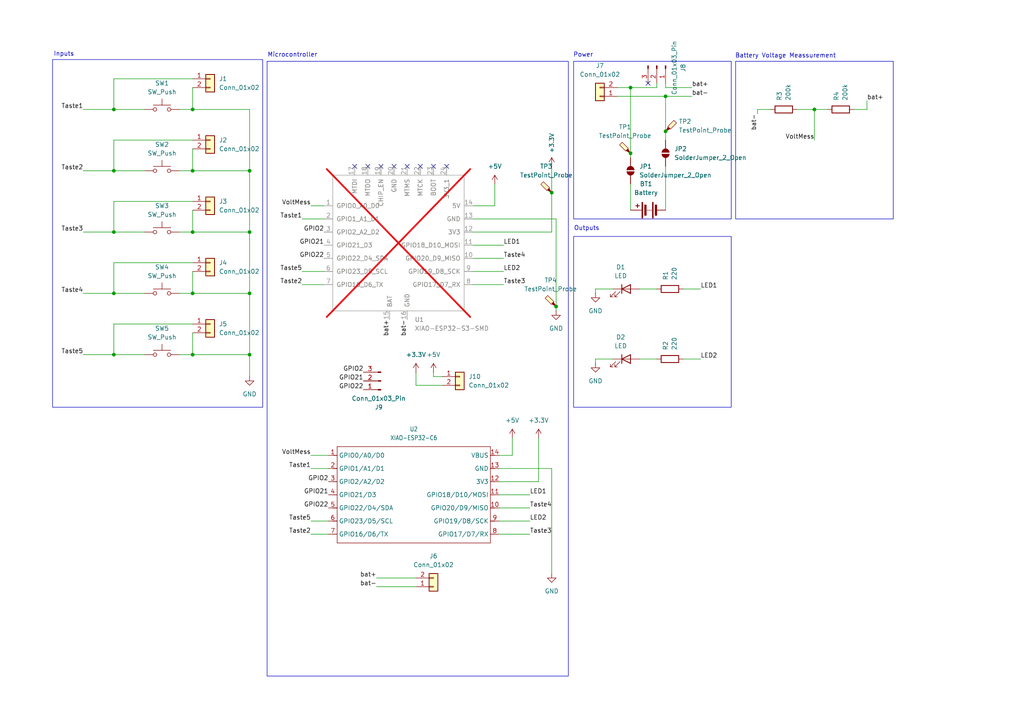
<source format=kicad_sch>
(kicad_sch (version 20250114) (generator "eeschema") (generator_version "9.0")
  (paper "A4")
  (title_block (title "ATZ-Digital") (date "2025-06-12") (rev "2") (company "Niklas Steffen, Afeef Neiroukh"))
  (lib_symbols
    (symbol "Connector:Conn_01x03_Pin" (pin_names (offset 1.016) (hide yes))
      (property "Reference" "J" (at 0 5.08 0))
      (property "Value" "Conn_01x03_Pin" (at 0 -5.08 0))
      (symbol "Conn_01x03_Pin_1_1"
        (rectangle (start 0.8636 2.667) (end 0 2.413) (stroke (width 0.1524)) (fill (type outline)))
        (rectangle (start 0.8636 0.127) (end 0 -0.127) (stroke (width 0.1524)) (fill (type outline)))
        (rectangle (start 0.8636 -2.413) (end 0 -2.667) (stroke (width 0.1524)) (fill (type outline)))
        (polyline (pts (xy 1.27 2.54) (xy 0.8636 2.54)) (stroke (width 0.1524)))
        (polyline (pts (xy 1.27 0) (xy 0.8636 0)) (stroke (width 0.1524)))
        (polyline (pts (xy 1.27 -2.54) (xy 0.8636 -2.54)) (stroke (width 0.1524)))
        (pin passive line (at 5.08 2.54 180) (length 3.81) (name "Pin_1") (number "1"))
        (pin passive line (at 5.08 0 180) (length 3.81) (name "Pin_2") (number "2"))
        (pin passive line (at 5.08 -2.54 180) (length 3.81) (name "Pin_3") (number "3"))
      )
    )
    (symbol "Connector:TestPoint_Probe" (pin_numbers (hide yes)) (pin_names (offset 0.762) (hide yes))
      (property "Reference" "TP" (at 1.651 5.842 0))
      (property "Value" "TestPoint_Probe" (at 1.651 4.064 0))
      (symbol "TestPoint_Probe_0_1"
        (polyline (pts (xy 1.27 0.762) (xy 0 0) (xy 0.762 1.27) (xy 1.27 0.762)) (fill (type outline)))
        (polyline (pts (xy 1.397 0.635) (xy 0.635 1.397) (xy 2.413 3.175) (xy 3.175 2.413) (xy 1.397 0.635)) (fill (type background)))
      )
      (symbol "TestPoint_Probe_1_1"
        (pin passive line (at 0 0 90) (length 0) (name "1") (number "1"))
      )
    )
    (symbol "Connector_Generic:Conn_01x02" (pin_names (offset 1.016) (hide yes))
      (property "Reference" "J" (at 0 2.54 0))
      (property "Value" "Conn_01x02" (at 0 -5.08 0))
      (symbol "Conn_01x02_1_1"
        (rectangle (start -1.27 1.27) (end 1.27 -3.81) (stroke (width 0.254)) (fill (type background)))
        (rectangle (start -1.27 0.127) (end 0 -0.127) (stroke (width 0.1524)))
        (rectangle (start -1.27 -2.413) (end 0 -2.667) (stroke (width 0.1524)))
        (pin passive line (at -5.08 0 0) (length 3.81) (name "Pin_1") (number "1"))
        (pin passive line (at -5.08 -2.54 0) (length 3.81) (name "Pin_2") (number "2"))
      )
    )
    (symbol "Device:Battery" (pin_numbers (hide yes)) (pin_names (offset 0) (hide yes))
      (property "Reference" "BT" (at 2.54 2.54 0))
      (property "Value" "Battery" (at 2.54 0 0))
      (symbol "Battery_0_1"
        (rectangle (start -2.286 1.778) (end 2.286 1.524) (fill (type outline)))
        (rectangle (start -2.286 -1.27) (end 2.286 -1.524) (fill (type outline)))
        (rectangle (start -1.524 1.016) (end 1.524 0.508) (fill (type outline)))
        (rectangle (start -1.524 -2.032) (end 1.524 -2.54) (fill (type outline)))
        (polyline (pts (xy 0 1.778) (xy 0 2.54)))
        (polyline (pts (xy 0 0) (xy 0 0.254)))
        (polyline (pts (xy 0 -0.508) (xy 0 -0.254)))
        (polyline (pts (xy 0 -1.016) (xy 0 -0.762)))
        (polyline (pts (xy 0.762 3.048) (xy 1.778 3.048)) (stroke (width 0.254)))
        (polyline (pts (xy 1.27 3.556) (xy 1.27 2.54)) (stroke (width 0.254)))
      )
      (symbol "Battery_1_1"
        (pin passive line (at 0 5.08 270) (length 2.54) (name "+") (number "1"))
        (pin passive line (at 0 -5.08 90) (length 2.54) (name "-") (number "2"))
      )
    )
    (symbol "Device:LED" (pin_numbers (hide yes)) (pin_names (offset 1.016) (hide yes))
      (property "Reference" "D" (at 0 2.54 0))
      (property "Value" "LED" (at 0 -2.54 0))
      (symbol "LED_0_1"
        (polyline (pts (xy -3.048 -0.762) (xy -4.572 -2.286) (xy -3.81 -2.286) (xy -4.572 -2.286) (xy -4.572 -1.524)))
        (polyline (pts (xy -1.778 -0.762) (xy -3.302 -2.286) (xy -2.54 -2.286) (xy -3.302 -2.286) (xy -3.302 -1.524)))
        (polyline (pts (xy -1.27 0) (xy 1.27 0)))
        (polyline (pts (xy -1.27 -1.27) (xy -1.27 1.27)) (stroke (width 0.254)))
        (polyline (pts (xy 1.27 -1.27) (xy 1.27 1.27) (xy -1.27 0) (xy 1.27 -1.27)) (stroke (width 0.254)))
      )
      (symbol "LED_1_1"
        (pin passive line (at -3.81 0 0) (length 2.54) (name "K") (number "1"))
        (pin passive line (at 3.81 0 180) (length 2.54) (name "A") (number "2"))
      )
    )
    (symbol "Device:R" (pin_numbers (hide yes)) (pin_names (offset 0))
      (property "Reference" "R" (at 2.032 0 90))
      (property "Value" "R" (at 0 0 90))
      (symbol "R_0_1"
        (rectangle (start -1.016 -2.54) (end 1.016 2.54) (stroke (width 0.254)))
      )
      (symbol "R_1_1"
        (pin passive line (at 0 3.81 270) (length 1.27) (name "~") (number "1"))
        (pin passive line (at 0 -3.81 90) (length 1.27) (name "~") (number "2"))
      )
    )
    (symbol "Jumper:SolderJumper_2_Open" (pin_numbers (hide yes)) (pin_names (offset 0) (hide yes)) (in_bom no)
      (property "Reference" "JP" (at 0 2.032 0))
      (property "Value" "SolderJumper_2_Open" (at 0 -2.54 0))
      (symbol "SolderJumper_2_Open_0_1"
        (polyline (pts (xy -0.254 1.016) (xy -0.254 -1.016)))
        (arc (start -0.254 -1.016) (mid -1.2656 0) (end -0.254 1.016))
        (arc (start -0.254 -1.016) (mid -1.2656 0) (end -0.254 1.016) (fill (type outline)))
        (arc (start 0.254 1.016) (mid 1.2656 0) (end 0.254 -1.016))
        (arc (start 0.254 1.016) (mid 1.2656 0) (end 0.254 -1.016) (fill (type outline)))
        (polyline (pts (xy 0.254 1.016) (xy 0.254 -1.016)))
      )
      (symbol "SolderJumper_2_Open_1_1"
        (pin passive line (at -3.81 0 0) (length 2.54) (name "A") (number "1"))
        (pin passive line (at 3.81 0 180) (length 2.54) (name "B") (number "2"))
      )
    )
    (symbol "Seeed_Studio_XIAO_Series:XIAO-ESP32-C6-SMD" (pin_names (offset 1.016))
      (property "Reference" "U" (at -18.542 23.114 0))
      (property "Value" "XIAO-ESP32-S3-SMD" (at -8.382 21.336 0))
      (symbol "XIAO-ESP32-C6-SMD_0_1"
        (rectangle (start 19.05 -19.05) (end -19.05 20.32))
      )
      (symbol "XIAO-ESP32-C6-SMD_1_1"
        (pin passive line (at -21.59 11.43 0) (length 2.54) (name "GPIO0_A0_D0") (number "1"))
        (pin passive line (at -21.59 7.62 0) (length 2.54) (name "GPIO1_A1_D1") (number "2"))
        (pin passive line (at -21.59 3.81 0) (length 2.54) (name "GPIO2_A2_D2") (number "3"))
        (pin passive line (at -21.59 0 0) (length 2.54) (name "GPIO21_D3") (number "4"))
        (pin passive line (at -21.59 -3.81 0) (length 2.54) (name "GPIO22_D4_SDA") (number "5"))
        (pin passive line (at -21.59 -7.62 0) (length 2.54) (name "GPIO23_D5_SCL") (number "6"))
        (pin passive line (at -21.59 -11.43 0) (length 2.54) (name "GPIO16_D6_TX") (number "7"))
        (pin passive line (at -12.7 22.86 270) (length 2.54) (name "MTDI") (number "17"))
        (pin passive line (at -8.89 22.86 270) (length 2.54) (name "MTDO") (number "18"))
        (pin passive line (at -5.08 22.86 270) (length 2.54) (name "CHIP_EN") (number "19"))
        (pin passive line (at -2.54 -21.59 90) (length 2.54) (name "BAT") (number "15"))
        (pin passive line (at -1.27 22.86 270) (length 2.54) (name "GND") (number "20"))
        (pin passive line (at 2.54 22.86 270) (length 2.54) (name "MTMS") (number "21"))
        (pin passive line (at 2.54 -21.59 90) (length 2.54) (name "GND") (number "16"))
        (pin passive line (at 6.35 22.86 270) (length 2.54) (name "MTCK") (number "22"))
        (pin passive line (at 10.16 22.86 270) (length 2.54) (name "BOOT") (number "23"))
        (pin passive line (at 13.97 22.86 270) (length 2.54) (name "3V3_1") (number "24"))
        (pin passive line (at 21.59 11.43 180) (length 2.54) (name "5V") (number "14"))
        (pin passive line (at 21.59 7.62 180) (length 2.54) (name "GND") (number "13"))
        (pin passive line (at 21.59 3.81 180) (length 2.54) (name "3V3") (number "12"))
        (pin passive line (at 21.59 0 180) (length 2.54) (name "GPIO18_D10_MOSI") (number "11"))
        (pin passive line (at 21.59 -3.81 180) (length 2.54) (name "GPIO20_D9_MISO") (number "10"))
        (pin passive line (at 21.59 -7.62 180) (length 2.54) (name "GPIO19_D8_SCK") (number "9"))
        (pin passive line (at 21.59 -11.43 180) (length 2.54) (name "GPIO17_D7_RX") (number "8"))
      )
    )
    (symbol "Seeed_Studio_XIAO_Series:XIAO_ESP32-C6-DIP"
      (property "Reference" "U" (at -20.574 17.018 0))
      (property "Value" "XIAO-ESP32-C6" (at -15.24 14.986 0))
      (symbol "XIAO_ESP32-C6-DIP_1_0"
        (polyline (pts (xy -21.59 13.97) (xy 22.86 13.97)) (stroke (width 0.1524)))
        (polyline (pts (xy -21.59 11.43) (xy -22.86 11.43)) (stroke (width 0.1524)))
        (polyline (pts (xy -21.59 11.43) (xy -21.59 13.97)) (stroke (width 0.1524)))
        (polyline (pts (xy -21.59 7.62) (xy -22.86 7.62)) (stroke (width 0.1524)))
        (polyline (pts (xy -21.59 7.62) (xy -21.59 11.43)) (stroke (width 0.1524)))
        (polyline (pts (xy -21.59 3.81) (xy -22.86 3.81)) (stroke (width 0.1524)))
        (polyline (pts (xy -21.59 3.81) (xy -21.59 7.62)) (stroke (width 0.1524)))
        (polyline (pts (xy -21.59 0) (xy -22.86 0)) (stroke (width 0.1524)))
        (polyline (pts (xy -21.59 0) (xy -21.59 3.81)) (stroke (width 0.1524)))
        (polyline (pts (xy -21.59 -3.81) (xy -22.86 -3.81)) (stroke (width 0.1524)))
        (polyline (pts (xy -21.59 -7.62) (xy -22.86 -7.62)) (stroke (width 0.1524)))
        (polyline (pts (xy -21.59 -11.43) (xy -22.86 -11.43)) (stroke (width 0.1524)))
        (polyline (pts (xy -21.59 -13.97) (xy -21.59 0)) (stroke (width 0.1524)))
        (polyline (pts (xy 22.86 13.97) (xy 22.86 11.43)) (stroke (width 0.1524)))
        (polyline (pts (xy 22.86 11.43) (xy 22.86 7.62)) (stroke (width 0.1524)))
        (polyline (pts (xy 22.86 7.62) (xy 22.86 3.81)) (stroke (width 0.1524)))
        (polyline (pts (xy 22.86 3.81) (xy 22.86 -13.97)) (stroke (width 0.1524)))
        (polyline (pts (xy 22.86 -13.97) (xy -21.59 -13.97)) (stroke (width 0.1524)))
        (polyline (pts (xy 24.13 11.43) (xy 22.86 11.43)) (stroke (width 0.1524)))
        (polyline (pts (xy 24.13 7.62) (xy 22.86 7.62)) (stroke (width 0.1524)))
        (polyline (pts (xy 24.13 3.81) (xy 22.86 3.81)) (stroke (width 0.1524)))
        (polyline (pts (xy 24.13 0) (xy 22.86 0)) (stroke (width 0.1524)))
        (polyline (pts (xy 24.13 -3.81) (xy 22.86 -3.81)) (stroke (width 0.1524)))
        (polyline (pts (xy 24.13 -7.62) (xy 22.86 -7.62)) (stroke (width 0.1524)))
        (polyline (pts (xy 24.13 -11.43) (xy 22.86 -11.43)) (stroke (width 0.1524)))
        (pin passive line (at -24.13 11.43 0) (length 2.54) (name "GPIO0/A0/D0") (number "1"))
        (pin passive line (at -24.13 7.62 0) (length 2.54) (name "GPIO1/A1/D1") (number "2"))
        (pin passive line (at -24.13 3.81 0) (length 2.54) (name "GPIO2/A2/D2") (number "3"))
        (pin passive line (at -24.13 0 0) (length 2.54) (name "GPIO21/D3") (number "4"))
        (pin passive line (at -24.13 -3.81 0) (length 2.54) (name "GPIO22/D4/SDA") (number "5"))
        (pin passive line (at -24.13 -7.62 0) (length 2.54) (name "GPIO23/D5/SCL") (number "6"))
        (pin passive line (at -24.13 -11.43 0) (length 2.54) (name "GPIO16/D6/TX") (number "7"))
        (pin passive line (at 25.4 11.43 180) (length 2.54) (name "VBUS") (number "14"))
        (pin passive line (at 25.4 7.62 180) (length 2.54) (name "GND") (number "13"))
        (pin passive line (at 25.4 3.81 180) (length 2.54) (name "3V3") (number "12"))
        (pin passive line (at 25.4 0 180) (length 2.54) (name "GPIO18/D10/MOSI") (number "11"))
        (pin passive line (at 25.4 -3.81 180) (length 2.54) (name "GPIO20/D9/MISO") (number "10"))
        (pin passive line (at 25.4 -7.62 180) (length 2.54) (name "GPIO19/D8/SCK") (number "9"))
        (pin passive line (at 25.4 -11.43 180) (length 2.54) (name "GPIO17/D7/RX") (number "8"))
      )
    )
    (symbol "Switch:SW_Push" (pin_numbers (hide yes)) (pin_names (offset 1.016) (hide yes))
      (property "Reference" "SW" (at 1.27 2.54 0))
      (property "Value" "SW_Push" (at 0 -1.524 0))
      (symbol "SW_Push_0_1"
        (circle (center -2.032 0) (radius 0.508))
        (polyline (pts (xy 0 1.27) (xy 0 3.048)))
        (circle (center 2.032 0) (radius 0.508))
        (polyline (pts (xy 2.54 1.27) (xy -2.54 1.27)))
        (pin passive line (at -5.08 0 0) (length 2.54) (name "1") (number "1"))
        (pin passive line (at 5.08 0 180) (length 2.54) (name "2") (number "2"))
      )
    )
    (symbol "power:+3.3V" (power) (pin_numbers (hide yes)) (pin_names (offset 0) (hide yes))
      (property "Value" "+3.3V" (at 0 3.556 0))
      (symbol "+3.3V_0_1"
        (polyline (pts (xy -0.762 1.27) (xy 0 2.54)))
        (polyline (pts (xy 0 2.54) (xy 0.762 1.27)))
        (polyline (pts (xy 0 0) (xy 0 2.54)))
      )
      (symbol "+3.3V_1_1"
        (pin power_in line (at 0 0 90) (length 0) (name "~") (number "1"))
      )
    )
    (symbol "power:+5V" (power) (pin_numbers (hide yes)) (pin_names (offset 0) (hide yes))
      (property "Value" "+5V" (at 0 3.556 0))
      (symbol "+5V_0_1"
        (polyline (pts (xy -0.762 1.27) (xy 0 2.54)))
        (polyline (pts (xy 0 2.54) (xy 0.762 1.27)))
        (polyline (pts (xy 0 0) (xy 0 2.54)))
      )
      (symbol "+5V_1_1"
        (pin power_in line (at 0 0 90) (length 0) (name "~") (number "1"))
      )
    )
    (symbol "power:GND" (power) (pin_numbers (hide yes)) (pin_names (offset 0) (hide yes))
      (property "Value" "GND" (at 0 -3.81 0))
      (symbol "GND_0_1"
        (polyline (pts (xy 0 0) (xy 0 -1.27) (xy 1.27 -1.27) (xy 0 -2.54) (xy -1.27 -1.27) (xy 0 -1.27)))
      )
      (symbol "GND_1_1"
        (pin power_in line (at 0 0 270) (length 0) (name "~") (number "1"))
      )
    )
  )
  (rectangle (start 213.36 17.78) (end 259.08 63.5))
  (rectangle (start 166.37 68.58) (end 212.09 118.11))
  (rectangle (start 166.37 17.78) (end 212.09 63.5))
  (rectangle (start 77.47 17.78) (end 164.846 196.088))
  (rectangle (start 15.24 17.272) (end 76.2 118.11))
  (text "Battery Voltage Meassurement" (at 227.838 16.256 0) (effects (font (size 1.27 1.27))))
  (text "Power" (at 169.164 16.002 0) (effects (font (size 1.27 1.27))))
  (text "Outputs" (at 170.18 66.294 0) (effects (font (size 1.27 1.27))))
  (text "Inputs" (at 18.542 15.748 0) (effects (font (size 1.27 1.27))))
  (text "Microcontroller" (at 84.836 16.002 0) (effects (font (size 1.27 1.27))))
  (junction (at 33.02 67.31))
  (junction (at 33.02 49.53))
  (junction (at 72.39 67.31))
  (junction (at 161.29 88.9))
  (junction (at 55.88 31.75))
  (junction (at 55.88 67.31))
  (junction (at 33.02 102.87))
  (junction (at 193.04 27.94))
  (junction (at 236.22 31.75))
  (junction (at 72.39 49.53))
  (junction (at 72.39 102.87))
  (junction (at 33.02 31.75))
  (junction (at 55.88 49.53))
  (junction (at 160.02 55.88))
  (junction (at 55.88 102.87))
  (junction (at 72.39 85.09))
  (junction (at 182.88 25.4))
  (junction (at 55.88 85.09))
  (junction (at 182.88 44.45))
  (junction (at 193.04 38.1))
  (junction (at 33.02 85.09))
  (no_connect (at 102.87 48.26))
  (no_connect (at 129.54 48.26))
  (no_connect (at 106.68 48.26))
  (no_connect (at 110.49 48.26))
  (no_connect (at 125.73 48.26))
  (no_connect (at 114.3 48.26))
  (no_connect (at 118.11 48.26))
  (no_connect (at 121.92 48.26))
  (no_connect (at 187.96 24.13))
  (wire (pts (xy 137.16 67.31) (xy 160.02 67.31)))
  (wire (pts (xy 144.78 135.89) (xy 160.02 135.89)))
  (wire (pts (xy 52.07 85.09) (xy 55.88 85.09)))
  (wire (pts (xy 55.88 78.74) (xy 55.88 85.09)))
  (wire (pts (xy 52.07 31.75) (xy 55.88 31.75)))
  (wire (pts (xy 72.39 31.75) (xy 55.88 31.75)))
  (wire (pts (xy 144.78 143.51) (xy 153.67 143.51)))
  (wire (pts (xy 236.22 31.75) (xy 236.22 40.64)))
  (wire (pts (xy 231.14 31.75) (xy 236.22 31.75)))
  (wire (pts (xy 251.46 29.21) (xy 251.46 31.75)))
  (wire (pts (xy 72.39 85.09) (xy 72.39 67.31)))
  (wire (pts (xy 55.88 49.53) (xy 72.39 49.53)))
  (wire (pts (xy 55.88 102.87) (xy 72.39 102.87)))
  (wire (pts (xy 156.21 139.7) (xy 156.21 127)))
  (wire (pts (xy 137.16 59.69) (xy 143.51 59.69)))
  (wire (pts (xy 33.02 76.2) (xy 33.02 85.09)))
  (wire (pts (xy 87.63 78.74) (xy 93.98 78.74)))
  (wire (pts (xy 137.16 63.5) (xy 161.29 63.5)))
  (wire (pts (xy 148.59 132.08) (xy 148.59 127)))
  (wire (pts (xy 33.02 85.09) (xy 24.13 85.09)))
  (wire (pts (xy 87.63 63.5) (xy 93.98 63.5)))
  (wire (pts (xy 109.22 167.64) (xy 120.65 167.64)))
  (wire (pts (xy 219.71 31.75) (xy 223.52 31.75)))
  (wire (pts (xy 172.72 83.82) (xy 172.72 85.09)))
  (wire (pts (xy 90.17 151.13) (xy 95.25 151.13)))
  (wire (pts (xy 33.02 49.53) (xy 24.13 49.53)))
  (wire (pts (xy 144.78 132.08) (xy 148.59 132.08)))
  (wire (pts (xy 33.02 40.64) (xy 33.02 49.53)))
  (wire (pts (xy 137.16 71.12) (xy 146.05 71.12)))
  (wire (pts (xy 55.88 58.42) (xy 33.02 58.42)))
  (wire (pts (xy 144.78 151.13) (xy 153.67 151.13)))
  (wire (pts (xy 144.78 154.94) (xy 153.67 154.94)))
  (wire (pts (xy 33.02 58.42) (xy 33.02 67.31)))
  (wire (pts (xy 160.02 67.31) (xy 160.02 55.88)))
  (wire (pts (xy 52.07 49.53) (xy 55.88 49.53)))
  (wire (pts (xy 172.72 104.14) (xy 172.72 105.41)))
  (wire (pts (xy 41.91 67.31) (xy 33.02 67.31)))
  (wire (pts (xy 33.02 31.75) (xy 24.13 31.75)))
  (wire (pts (xy 33.02 93.98) (xy 33.02 102.87)))
  (wire (pts (xy 33.02 67.31) (xy 24.13 67.31)))
  (wire (pts (xy 72.39 85.09) (xy 72.39 102.87)))
  (wire (pts (xy 72.39 109.22) (xy 72.39 102.87)))
  (wire (pts (xy 125.73 109.22) (xy 128.27 109.22)))
  (wire (pts (xy 55.88 22.86) (xy 33.02 22.86)))
  (wire (pts (xy 52.07 67.31) (xy 55.88 67.31)))
  (wire (pts (xy 193.04 25.4) (xy 193.04 24.13)))
  (wire (pts (xy 55.88 96.52) (xy 55.88 102.87)))
  (wire (pts (xy 41.91 49.53) (xy 33.02 49.53)))
  (wire (pts (xy 55.88 43.18) (xy 55.88 49.53)))
  (wire (pts (xy 137.16 74.93) (xy 146.05 74.93)))
  (wire (pts (xy 137.16 82.55) (xy 146.05 82.55)))
  (wire (pts (xy 190.5 24.13) (xy 190.5 25.4)))
  (wire (pts (xy 90.17 59.69) (xy 93.98 59.69)))
  (wire (pts (xy 144.78 147.32) (xy 153.67 147.32)))
  (wire (pts (xy 179.07 27.94) (xy 193.04 27.94)))
  (wire (pts (xy 172.72 83.82) (xy 177.8 83.82)))
  (wire (pts (xy 200.66 25.4) (xy 193.04 25.4)))
  (wire (pts (xy 182.88 44.45) (xy 182.88 45.72)))
  (wire (pts (xy 172.72 104.14) (xy 177.8 104.14)))
  (wire (pts (xy 190.5 25.4) (xy 182.88 25.4)))
  (wire (pts (xy 251.46 31.75) (xy 247.65 31.75)))
  (wire (pts (xy 87.63 82.55) (xy 93.98 82.55)))
  (wire (pts (xy 236.22 31.75) (xy 240.03 31.75)))
  (wire (pts (xy 219.71 31.75) (xy 219.71 33.02)))
  (wire (pts (xy 41.91 31.75) (xy 33.02 31.75)))
  (wire (pts (xy 55.88 93.98) (xy 33.02 93.98)))
  (wire (pts (xy 33.02 22.86) (xy 33.02 31.75)))
  (wire (pts (xy 72.39 49.53) (xy 72.39 31.75)))
  (wire (pts (xy 193.04 48.26) (xy 193.04 60.96)))
  (wire (pts (xy 182.88 25.4) (xy 182.88 44.45)))
  (wire (pts (xy 33.02 102.87) (xy 24.13 102.87)))
  (wire (pts (xy 55.88 85.09) (xy 72.39 85.09)))
  (wire (pts (xy 185.42 104.14) (xy 190.5 104.14)))
  (wire (pts (xy 160.02 135.89) (xy 160.02 166.37)))
  (wire (pts (xy 41.91 85.09) (xy 33.02 85.09)))
  (wire (pts (xy 55.88 60.96) (xy 55.88 67.31)))
  (wire (pts (xy 109.22 170.18) (xy 120.65 170.18)))
  (wire (pts (xy 125.73 107.95) (xy 125.73 109.22)))
  (wire (pts (xy 185.42 83.82) (xy 190.5 83.82)))
  (wire (pts (xy 41.91 102.87) (xy 33.02 102.87)))
  (wire (pts (xy 161.29 63.5) (xy 161.29 88.9)))
  (wire (pts (xy 55.88 67.31) (xy 72.39 67.31)))
  (wire (pts (xy 120.65 111.76) (xy 120.65 107.95)))
  (wire (pts (xy 179.07 25.4) (xy 182.88 25.4)))
  (wire (pts (xy 198.12 104.14) (xy 203.2 104.14)))
  (wire (pts (xy 144.78 139.7) (xy 156.21 139.7)))
  (wire (pts (xy 52.07 102.87) (xy 55.88 102.87)))
  (wire (pts (xy 55.88 25.4) (xy 55.88 31.75)))
  (wire (pts (xy 137.16 78.74) (xy 146.05 78.74)))
  (wire (pts (xy 161.29 88.9) (xy 161.29 90.17)))
  (wire (pts (xy 193.04 38.1) (xy 193.04 40.64)))
  (wire (pts (xy 55.88 40.64) (xy 33.02 40.64)))
  (wire (pts (xy 198.12 83.82) (xy 203.2 83.82)))
  (wire (pts (xy 193.04 27.94) (xy 193.04 38.1)))
  (wire (pts (xy 182.88 53.34) (xy 182.88 60.96)))
  (wire (pts (xy 143.51 59.69) (xy 143.51 53.34)))
  (wire (pts (xy 72.39 67.31) (xy 72.39 49.53)))
  (wire (pts (xy 128.27 111.76) (xy 120.65 111.76)))
  (wire (pts (xy 90.17 132.08) (xy 95.25 132.08)))
  (wire (pts (xy 90.17 154.94) (xy 95.25 154.94)))
  (wire (pts (xy 193.04 27.94) (xy 200.66 27.94)))
  (wire (pts (xy 160.02 55.88) (xy 160.02 48.26)))
  (wire (pts (xy 90.17 135.89) (xy 95.25 135.89)))
  (wire (pts (xy 55.88 76.2) (xy 33.02 76.2)))
  (label "Taste4" (at 146.05 74.93 0))
  (label "bat+" (at 113.03 92.71 270))
  (label "Taste4" (at 24.13 85.09 180))
  (label "bat-" (at 219.71 33.02 270))
  (label "Taste3" (at 153.67 154.94 0))
  (label "GPIO22" (at 105.41 113.03 180))
  (label "bat+" (at 109.22 167.64 180))
  (label "Taste2" (at 24.13 49.53 180))
  (label "bat-" (at 118.11 92.71 270))
  (label "Taste2" (at 87.63 82.55 180))
  (label "VoltMess" (at 90.17 132.08 180))
  (label "VoltMess" (at 90.17 59.69 180))
  (label "Taste5" (at 87.63 78.74 180))
  (label "Taste5" (at 24.13 102.87 180))
  (label "Taste5" (at 90.17 151.13 180))
  (label "GPIO22" (at 93.98 74.93 180))
  (label "Taste3" (at 146.05 82.55 0))
  (label "GPIO2" (at 105.41 107.95 180))
  (label "VoltMess" (at 236.22 40.64 180))
  (label "LED1" (at 153.67 143.51 0))
  (label "LED1" (at 203.2 83.82 0))
  (label "Taste1" (at 90.17 135.89 180))
  (label "GPIO2" (at 93.98 67.31 180))
  (label "Taste4" (at 153.67 147.32 0))
  (label "bat+" (at 251.46 29.21 0))
  (label "Taste1" (at 87.63 63.5 180))
  (label "Taste2" (at 90.17 154.94 180))
  (label "GPIO22" (at 95.25 147.32 180))
  (label "bat-" (at 109.22 170.18 180))
  (label "bat+" (at 200.66 25.4 0))
  (label "Taste1" (at 24.13 31.75 180))
  (label "LED2" (at 153.67 151.13 0))
  (label "GPIO21" (at 93.98 71.12 180))
  (label "bat-" (at 200.66 27.94 0))
  (label "GPIO2" (at 95.25 139.7 180))
  (label "Taste3" (at 24.13 67.31 180))
  (label "GPIO21" (at 105.41 110.49 180))
  (label "LED2" (at 146.05 78.74 0))
  (label "LED2" (at 203.2 104.14 0))
  (label "LED1" (at 146.05 71.12 0))
  (label "GPIO21" (at 95.25 143.51 180))
  (symbol (lib_id "Device:R") (at 227.33 31.75 90) (unit 1)
    (property "Reference" "R3" (at 226.0599 29.21 0) (effects (justify left)))
    (property "Value" "200k" (at 228.5999 29.21 0) (effects (justify left)))
    (property "Footprint" "Resistor_SMD:R_0805_2012Metric" (effects (hide yes)))
    (property "Description" "Resistor" (effects (hide yes)))
    (property "LCSC" "C17539" (effects (hide yes)))
  )
  (symbol (lib_id "Connector_Generic:Conn_01x02") (at 60.96 58.42 0) (unit 1)
    (property "Reference" "J3" (at 63.5 58.4199 0) (effects (justify left)))
    (property "Value" "Conn_01x02" (at 63.5 60.9599 0) (effects (justify left)))
    (property "Footprint" "Connector_JST:JST_XH_B2B-XH-A_1x02_P2.50mm_Vertical" (effects (hide yes)))
    (property "Description" "Generic connector, single row, 01x02, script generated (kicad-library-utils/schlib/autogen/connector/)" (effects (hide yes)))
    (property "LCSC" "C158012" (effects (hide yes)))
  )
  (symbol (lib_id "Seeed_Studio_XIAO_Series:XIAO_ESP32-C6-DIP") (at 119.38 143.51 0) (unit 1)
    (property "Reference" "U2" (at 120.015 124.46 0) (effects (font (size 1.27 1.0795))))
    (property "Value" "XIAO-ESP32-C6" (at 120.015 127 0) (effects (font (size 1.27 1.0795))))
    (property "Footprint" "Seeed Studio XIAO Series Library:XIAO-ESP32C6-DIP" (effects (hide yes)))
    (property "SKU" "XIAO-DIP" (effects (hide yes)))
  )
  (symbol (lib_id "Connector:Conn_01x03_Pin") (at 190.5 19.05 270) (unit 1)
    (property "Reference" "J8" (at 198.12 19.685 0))
    (property "Value" "Conn_01x03_Pin" (at 195.58 19.685 0))
    (property "Footprint" "Connector_PinHeader_2.54mm:PinHeader_1x03_P2.54mm_Vertical" (effects (hide yes)))
    (property "Description" "Generic connector, single row, 01x03, script generated" (effects (hide yes)))
  )
  (symbol (lib_id "Device:R") (at 194.31 83.82 90) (unit 1)
    (property "Reference" "R1" (at 193.0399 81.28 0) (effects (justify left)))
    (property "Value" "220" (at 195.5799 81.28 0) (effects (justify left)))
    (property "Footprint" "Resistor_SMD:R_0805_2012Metric" (effects (hide yes)))
    (property "Description" "Resistor" (effects (hide yes)))
    (property "LCSC" "C17557" (effects (hide yes)))
  )
  (symbol (lib_id "power:+3.3V") (at 160.02 48.26 0) (unit 1)
    (property "Reference" "#PWR06" (effects (hide yes)))
    (property "Value" "+3.3V" (at 160.0199 44.45 90) (effects (justify left)))
    (property "Description" "Power symbol creates a global label with name \"+3.3V\"" (effects (hide yes)))
  )
  (symbol (lib_id "Connector:TestPoint_Probe") (at 160.02 55.88 90) (unit 1)
    (property "Reference" "TP3" (at 158.4325 48.26 90))
    (property "Value" "TestPoint_Probe" (at 158.4325 50.8 90))
    (property "Footprint" "TestPoint:TestPoint_THTPad_D2.5mm_Drill1.2mm" (effects (hide yes)))
    (property "Description" "test point (alternative probe-style design)" (effects (hide yes)))
  )
  (symbol (lib_id "Switch:SW_Push") (at 46.99 102.87 0) (unit 1)
    (property "Reference" "SW5" (at 46.99 95.25 0))
    (property "Value" "SW_Push" (at 46.99 97.79 0))
    (property "Footprint" "CustomLibrary:SW-TH_4P-L6.0-W6.0-P4.50-LS6.5" (effects (hide yes)))
    (property "Description" "Push button switch, generic, two pins" (effects (hide yes)))
    (property "LCSC" "C393938" (effects (hide yes)))
  )
  (symbol (lib_id "Device:R") (at 243.84 31.75 90) (unit 1)
    (property "Reference" "R4" (at 242.5699 29.21 0) (effects (justify left)))
    (property "Value" "200k" (at 245.1099 29.21 0) (effects (justify left)))
    (property "Footprint" "Resistor_SMD:R_0805_2012Metric" (effects (hide yes)))
    (property "Description" "Resistor" (effects (hide yes)))
    (property "LCSC" "C17539" (effects (hide yes)))
  )
  (symbol (lib_id "Connector_Generic:Conn_01x02") (at 60.96 76.2 0) (unit 1)
    (property "Reference" "J4" (at 63.5 76.1999 0) (effects (justify left)))
    (property "Value" "Conn_01x02" (at 63.5 78.7399 0) (effects (justify left)))
    (property "Footprint" "Connector_JST:JST_XH_B2B-XH-A_1x02_P2.50mm_Vertical" (effects (hide yes)))
    (property "Description" "Generic connector, single row, 01x02, script generated (kicad-library-utils/schlib/autogen/connector/)" (effects (hide yes)))
    (property "LCSC" "C158012" (effects (hide yes)))
  )
  (symbol (lib_id "Device:R") (at 194.31 104.14 90) (unit 1)
    (property "Reference" "R2" (at 193.0399 101.6 0) (effects (justify left)))
    (property "Value" "220" (at 195.5799 101.6 0) (effects (justify left)))
    (property "Footprint" "Resistor_SMD:R_0805_2012Metric" (effects (hide yes)))
    (property "Description" "Resistor" (effects (hide yes)))
    (property "LCSC" "C17557" (effects (hide yes)))
  )
  (symbol (lib_id "Connector:Conn_01x03_Pin") (at 110.49 110.49 180) (unit 1)
    (property "Reference" "J9" (at 109.855 118.11 0))
    (property "Value" "Conn_01x03_Pin" (at 109.855 115.57 0))
    (property "Footprint" "Connector_PinHeader_2.54mm:PinHeader_1x03_P2.54mm_Vertical" (effects (hide yes)))
    (property "Description" "Generic connector, single row, 01x03, script generated" (effects (hide yes)))
  )
  (symbol (lib_id "power:+5V") (at 143.51 53.34 0) (unit 1)
    (property "Reference" "#PWR05" (effects (hide yes)))
    (property "Value" "+5V" (at 143.51 48.26 0))
    (property "Description" "Power symbol creates a global label with name \"+5V\"" (effects (hide yes)))
  )
  (symbol (lib_id "Device:LED") (at 181.61 83.82 0) (unit 1)
    (property "Reference" "D1" (at 180.0225 77.47 0))
    (property "Value" "LED" (at 180.0225 80.01 0))
    (property "Footprint" "Connector_JST:JST_XH_B2B-XH-A_1x02_P2.50mm_Vertical" (effects (hide yes)))
    (property "Description" "Light emitting diode" (effects (hide yes)))
    (property "Sim.Pins" "1=K 2=A" (effects (hide yes)))
    (property "LCSC" "C158012" (effects (hide yes)))
  )
  (symbol (lib_id "Connector:TestPoint_Probe") (at 161.29 88.9 90) (unit 1)
    (property "Reference" "TP4" (at 159.7025 81.28 90))
    (property "Value" "TestPoint_Probe" (at 159.7025 83.82 90))
    (property "Footprint" "TestPoint:TestPoint_THTPad_D2.5mm_Drill1.2mm" (effects (hide yes)))
    (property "Description" "test point (alternative probe-style design)" (effects (hide yes)))
  )
  (symbol (lib_id "Switch:SW_Push") (at 46.99 85.09 0) (unit 1)
    (property "Reference" "SW4" (at 46.99 77.47 0))
    (property "Value" "SW_Push" (at 46.99 80.01 0))
    (property "Footprint" "CustomLibrary:SW-TH_4P-L6.0-W6.0-P4.50-LS6.5" (effects (hide yes)))
    (property "Description" "Push button switch, generic, two pins" (effects (hide yes)))
    (property "LCSC" "C393938" (effects (hide yes)))
  )
  (symbol (lib_id "Switch:SW_Push") (at 46.99 67.31 0) (unit 1)
    (property "Reference" "SW3" (at 46.99 59.69 0))
    (property "Value" "SW_Push" (at 46.99 62.23 0))
    (property "Footprint" "CustomLibrary:SW-TH_4P-L6.0-W6.0-P4.50-LS6.5" (effects (hide yes)))
    (property "Description" "Push button switch, generic, two pins" (effects (hide yes)))
    (property "LCSC" "C393938" (effects (hide yes)))
  )
  (symbol (lib_id "power:GND") (at 172.72 105.41 0) (unit 1)
    (property "Reference" "#PWR09" (effects (hide yes)))
    (property "Value" "GND" (at 172.72 110.49 0))
    (property "Description" "Power symbol creates a global label with name \"GND\" , ground" (effects (hide yes)))
  )
  (symbol (lib_id "Jumper:SolderJumper_2_Open") (at 193.04 44.45 90) (unit 1) (in_bom no)
    (property "Reference" "JP2" (at 195.58 43.1799 90) (effects (justify right)))
    (property "Value" "SolderJumper_2_Open" (at 195.58 45.7199 90) (effects (justify right)))
    (property "Footprint" "Jumper:SolderJumper-2_P1.3mm_Open_RoundedPad1.0x1.5mm" (effects (hide yes)))
    (property "Description" "Solder Jumper, 2-pole, open" (effects (hide yes)))
  )
  (symbol (lib_id "Switch:SW_Push") (at 46.99 31.75 0) (unit 1)
    (property "Reference" "SW1" (at 46.99 24.13 0))
    (property "Value" "SW_Push" (at 46.99 26.67 0))
    (property "Footprint" "CustomLibrary:SW-TH_4P-L6.0-W6.0-P4.50-LS6.5" (effects (hide yes)))
    (property "Description" "Push button switch, generic, two pins" (effects (hide yes)))
    (property "LCSC" "C393938" (effects (hide yes)))
  )
  (symbol (lib_id "power:GND") (at 72.39 109.22 0) (unit 1)
    (property "Reference" "#PWR02" (effects (hide yes)))
    (property "Value" "GND" (at 72.39 114.3 0))
    (property "Description" "Power symbol creates a global label with name \"GND\" , ground" (effects (hide yes)))
  )
  (symbol (lib_id "Connector_Generic:Conn_01x02") (at 60.96 93.98 0) (unit 1)
    (property "Reference" "J5" (at 63.5 93.9799 0) (effects (justify left)))
    (property "Value" "Conn_01x02" (at 63.5 96.5199 0) (effects (justify left)))
    (property "Footprint" "Connector_JST:JST_XH_B2B-XH-A_1x02_P2.50mm_Vertical" (effects (hide yes)))
    (property "Description" "Generic connector, single row, 01x02, script generated (kicad-library-utils/schlib/autogen/connector/)" (effects (hide yes)))
    (property "LCSC" "C158012" (effects (hide yes)))
  )
  (symbol (lib_id "power:+5V") (at 125.73 107.95 0) (unit 1)
    (property "Reference" "#PWR010" (effects (hide yes)))
    (property "Value" "+5V" (at 125.73 102.87 0))
    (property "Description" "Power symbol creates a global label with name \"+5V\"" (effects (hide yes)))
  )
  (symbol (lib_id "Jumper:SolderJumper_2_Open") (at 182.88 49.53 90) (unit 1) (in_bom no)
    (property "Reference" "JP1" (at 185.42 48.2599 90) (effects (justify right)))
    (property "Value" "SolderJumper_2_Open" (at 185.42 50.7999 90) (effects (justify right)))
    (property "Footprint" "Jumper:SolderJumper-2_P1.3mm_Open_RoundedPad1.0x1.5mm" (effects (hide yes)))
    (property "Description" "Solder Jumper, 2-pole, open" (effects (hide yes)))
  )
  (symbol (lib_id "power:GND") (at 161.29 90.17 0) (unit 1)
    (property "Reference" "#PWR01" (effects (hide yes)))
    (property "Value" "GND" (at 161.29 95.25 0))
    (property "Description" "Power symbol creates a global label with name \"GND\" , ground" (effects (hide yes)))
  )
  (symbol (lib_id "Connector_Generic:Conn_01x02") (at 173.99 27.94 180) (unit 1)
    (property "Reference" "J7" (at 173.99 19.05 0))
    (property "Value" "Conn_01x02" (at 173.99 21.59 0))
    (property "Footprint" "Connector_JST:JST_XH_B2B-XH-A_1x02_P2.50mm_Vertical" (effects (hide yes)))
    (property "Description" "Generic connector, single row, 01x02, script generated (kicad-library-utils/schlib/autogen/connector/)" (effects (hide yes)))
    (property "LCSC" "C158012" (effects (hide yes)))
  )
  (symbol (lib_id "power:GND") (at 172.72 85.09 0) (unit 1)
    (property "Reference" "#PWR08" (effects (hide yes)))
    (property "Value" "GND" (at 172.72 90.17 0))
    (property "Description" "Power symbol creates a global label with name \"GND\" , ground" (effects (hide yes)))
  )
  (symbol (lib_id "Device:LED") (at 181.61 104.14 0) (unit 1)
    (property "Reference" "D2" (at 180.0225 97.79 0))
    (property "Value" "LED" (at 180.0225 100.33 0))
    (property "Footprint" "Connector_JST:JST_XH_B2B-XH-A_1x02_P2.50mm_Vertical" (effects (hide yes)))
    (property "Description" "Light emitting diode" (effects (hide yes)))
    (property "Sim.Pins" "1=K 2=A" (effects (hide yes)))
    (property "LCSC" "C158012" (effects (hide yes)))
  )
  (symbol (lib_id "Connector_Generic:Conn_01x02") (at 125.73 170.18 0) (mirror x) (unit 1)
    (property "Reference" "J6" (at 125.73 161.29 0))
    (property "Value" "Conn_01x02" (at 125.73 163.83 0))
    (property "Footprint" "Connector_JST:JST_XH_B2B-XH-A_1x02_P2.50mm_Vertical" (effects (hide yes)))
    (property "Description" "Generic connector, single row, 01x02, script generated (kicad-library-utils/schlib/autogen/connector/)" (effects (hide yes)))
    (property "LCSC" "C158012" (effects (hide yes)))
  )
  (symbol (lib_id "power:+3.3V") (at 120.65 107.95 0) (unit 1)
    (property "Reference" "#PWR011" (effects (hide yes)))
    (property "Value" "+3.3V" (at 120.65 102.87 0))
    (property "Description" "Power symbol creates a global label with name \"+3.3V\"" (effects (hide yes)))
  )
  (symbol (lib_id "Connector_Generic:Conn_01x02") (at 60.96 22.86 0) (unit 1)
    (property "Reference" "J1" (at 63.5 22.8599 0) (effects (justify left)))
    (property "Value" "Conn_01x02" (at 63.5 25.3999 0) (effects (justify left)))
    (property "Footprint" "Connector_JST:JST_XH_B2B-XH-A_1x02_P2.50mm_Vertical" (effects (hide yes)))
    (property "Description" "Generic connector, single row, 01x02, script generated (kicad-library-utils/schlib/autogen/connector/)" (effects (hide yes)))
    (property "LCSC" "C158012" (effects (hide yes)))
  )
  (symbol (lib_id "power:+3.3V") (at 156.21 127 0) (unit 1)
    (property "Reference" "#PWR04" (effects (hide yes)))
    (property "Value" "+3.3V" (at 156.21 121.92 0))
    (property "Description" "Power symbol creates a global label with name \"+3.3V\"" (effects (hide yes)))
  )
  (symbol (lib_id "Device:Battery") (at 187.96 60.96 90) (unit 1)
    (property "Reference" "BT1" (at 187.3885 53.34 90))
    (property "Value" "Battery" (at 187.3885 55.88 90))
    (property "Footprint" "Battery:BatteryHolder_Keystone_1042_1x18650" (effects (hide yes)))
    (property "Description" "Multiple-cell battery" (effects (hide yes)))
    (property "LCSC" "C2988620" (effects (hide yes)))
  )
  (symbol (lib_id "power:GND") (at 160.02 166.37 0) (unit 1)
    (property "Reference" "#PWR03" (effects (hide yes)))
    (property "Value" "GND" (at 160.02 171.45 0))
    (property "Description" "Power symbol creates a global label with name \"GND\" , ground" (effects (hide yes)))
  )
  (symbol (lib_id "Connector:TestPoint_Probe") (at 182.88 44.45 90) (unit 1)
    (property "Reference" "TP1" (at 181.2925 36.83 90))
    (property "Value" "TestPoint_Probe" (at 181.2925 39.37 90))
    (property "Footprint" "TestPoint:TestPoint_THTPad_D2.5mm_Drill1.2mm" (effects (hide yes)))
    (property "Description" "test point (alternative probe-style design)" (effects (hide yes)))
  )
  (symbol (lib_id "power:+5V") (at 148.59 127 0) (unit 1)
    (property "Reference" "#PWR07" (effects (hide yes)))
    (property "Value" "+5V" (at 148.59 121.92 0))
    (property "Description" "Power symbol creates a global label with name \"+5V\"" (effects (hide yes)))
  )
  (symbol (lib_id "Connector_Generic:Conn_01x02") (at 133.35 109.22 0) (unit 1)
    (property "Reference" "J10" (at 135.89 109.2199 0) (effects (justify left)))
    (property "Value" "Conn_01x02" (at 135.89 111.7599 0) (effects (justify left)))
    (property "Footprint" "Connector_PinHeader_2.54mm:PinHeader_1x02_P2.54mm_Vertical" (effects (hide yes)))
    (property "Description" "Generic connector, single row, 01x02, script generated (kicad-library-utils/schlib/autogen/connector/)" (effects (hide yes)))
  )
  (symbol (lib_id "Switch:SW_Push") (at 46.99 49.53 0) (unit 1)
    (property "Reference" "SW2" (at 46.99 41.91 0))
    (property "Value" "SW_Push" (at 46.99 44.45 0))
    (property "Footprint" "CustomLibrary:SW-TH_4P-L6.0-W6.0-P4.50-LS6.5" (effects (hide yes)))
    (property "Description" "Push button switch, generic, two pins" (effects (hide yes)))
    (property "LCSC" "C393938" (effects (hide yes)))
  )
  (symbol (lib_id "Connector_Generic:Conn_01x02") (at 60.96 40.64 0) (unit 1)
    (property "Reference" "J2" (at 63.5 40.6399 0) (effects (justify left)))
    (property "Value" "Conn_01x02" (at 63.5 43.1799 0) (effects (justify left)))
    (property "Footprint" "Connector_JST:JST_XH_B2B-XH-A_1x02_P2.50mm_Vertical" (effects (hide yes)))
    (property "Description" "Generic connector, single row, 01x02, script generated (kicad-library-utils/schlib/autogen/connector/)" (effects (hide yes)))
    (property "LCSC" "C158012" (effects (hide yes)))
  )
  (symbol (lib_id "Seeed_Studio_XIAO_Series:XIAO-ESP32-C6-SMD") (at 115.57 71.12 0) (unit 1) (in_bom no) (dnp yes)
    (property "Reference" "U1" (at 120.2533 92.71 0) (effects (justify left)))
    (property "Value" "XIAO-ESP32-S3-SMD" (at 120.2533 95.25 0) (effects (justify left)))
    (property "Footprint" "Seeed Studio XIAO Series Library:XIAO-ESP32C6-SMD" (effects (hide yes)))
  )
  (symbol (lib_id "Connector:TestPoint_Probe") (at 193.04 38.1 0) (unit 1)
    (property "Reference" "TP2" (at 196.85 35.2424 0) (effects (justify left)))
    (property "Value" "TestPoint_Probe" (at 196.85 37.7824 0) (effects (justify left)))
    (property "Footprint" "TestPoint:TestPoint_THTPad_D2.5mm_Drill1.2mm" (effects (hide yes)))
    (property "Description" "test point (alternative probe-style design)" (effects (hide yes)))
  )
)
</source>
